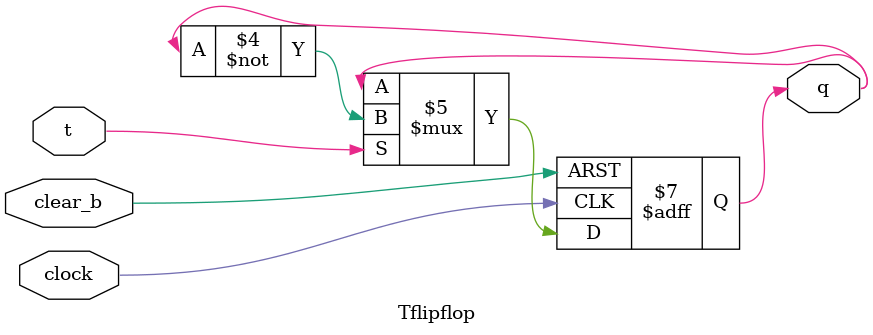
<source format=v>
module fourbitcounter(d, clk, reset_n, par_load, enable, q);
    input [3:0] d;
    input clk, reset_n, par_load, enable;
    output reg [3:0] q;

    always @(posedge clk)
    begin
        if (reset_n == 1'b0)
             q <= 0;
        else if (par_load == 1'b1)
            q <= d;
        else if (enable == 1'b1)
            begin
                if (q == 4'b1111) //unnecessary if you want to count up to 2^n. But useful if you want to count up to below that.
		    q <= 0;
		else
		    q <= q + 1'b1;
	    end
    end
endmodule


module eightbitcounter(en, clk, clear_b, q);
    input en, clk, clear_b;
    output [7:0] q;
    
    Tflipflop t0(           en, clk, clear_b, q[0]);
    Tflipflop t1( q[0]   && en, clk, clear_b, q[1]);
    Tflipflop t2(&q[1:0] && en, clk, clear_b, q[2]);
    Tflipflop t3(&q[2:0] && en, clk, clear_b, q[3]);
    Tflipflop t4(&q[3:0] && en, clk, clear_b, q[4]);
    Tflipflop t5(&q[4:0] && en, clk, clear_b, q[5]);
    Tflipflop t6(&q[5:0] && en, clk, clear_b, q[6]);
    Tflipflop t7(&q[6:0] && en, clk, clear_b, q[7]);

endmodule


module Tflipflop(t, clock, clear_b, q);
    input t, clock, clear_b;
    output q;
    reg q;
    always @(posedge clock, negedge clear_b)
    begin
        if (clear_b == 1'b0)
            q <= 0;
        else if (t == 1'b1)
            q <= ~q;
    end
endmodule
</source>
